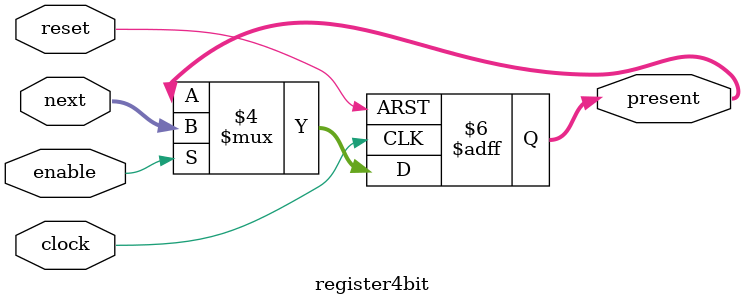
<source format=v>

module register4bit(clock, reset, enable, next, present);
	input        clock;		// Register clock
	input        reset;		// Register asynchronous reset
	input        enable;		// Register synchronous enable
	input  [3:0] next;		// The register inputs represent the next state of a D flip-flop.
	output [3:0] present;	// The register outputs represent the present state.
	reg    [3:0] present;
	
	always@(posedge clock or negedge reset) begin
		if(reset == 1'b0)
			present <= 4'b0;
		else if(enable == 1'b1)
			present <= next;
	end
	
endmodule

</source>
